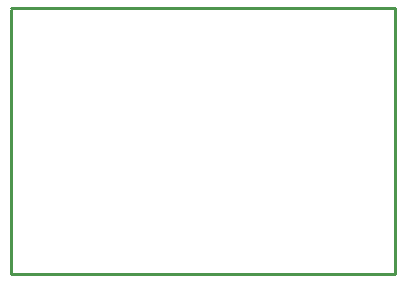
<source format=gko>
%FSLAX23Y23*%
%MOIN*%
G70*
G01*
G75*
G04 Layer_Color=16711935*
%ADD10R,0.118X0.059*%
%ADD11R,0.118X0.039*%
%ADD12R,0.059X0.059*%
%ADD13R,0.031X0.035*%
%ADD14C,0.010*%
%ADD15R,0.059X0.059*%
%ADD16C,0.059*%
%ADD17C,0.050*%
%ADD18C,0.039*%
%ADD19C,0.236*%
%ADD20C,0.008*%
%ADD21C,0.000*%
%ADD22C,0.004*%
%ADD23C,0.059*%
%ADD24R,0.126X0.067*%
%ADD25R,0.126X0.047*%
%ADD26R,0.067X0.067*%
%ADD27R,0.039X0.043*%
%ADD28R,0.067X0.067*%
%ADD29C,0.067*%
%ADD30C,0.058*%
D14*
X0Y885D02*
X1280D01*
X0Y0D02*
X1280D01*
X0D02*
Y880D01*
X1280Y0D02*
Y885D01*
M02*

</source>
